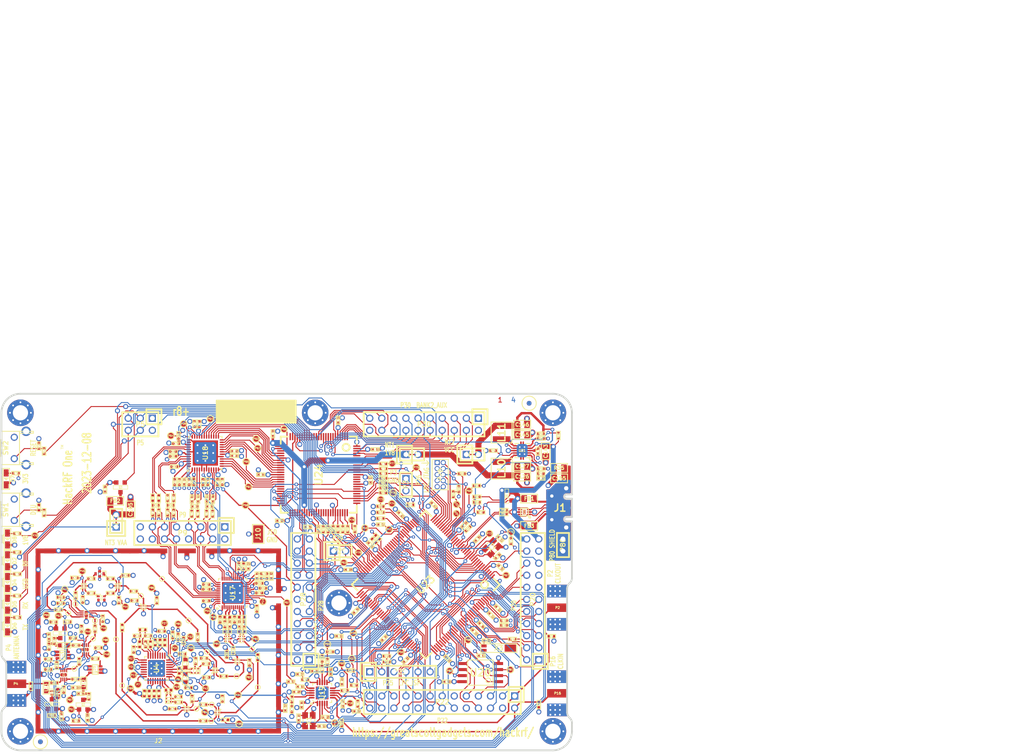
<source format=kicad_pcb>
(kicad_pcb (version 20211014) (generator pcbnew)

  (general
    (thickness 1.6116)
  )

  (paper "USLegal")
  (title_block
    (title "${TITLE}")
    (date "${DATE}")
    (rev "${VERSION}")
    (company "${COPYRIGHT}")
    (comment 1 "${LICENSE}")
  )

  (layers
    (0 "F.Cu" signal "C1F")
    (1 "In1.Cu" signal "C2")
    (2 "In2.Cu" signal "C3")
    (31 "B.Cu" signal "C4B")
    (32 "B.Adhes" user "B.Adhesive")
    (33 "F.Adhes" user "F.Adhesive")
    (34 "B.Paste" user)
    (35 "F.Paste" user)
    (36 "B.SilkS" user "B.Silkscreen")
    (37 "F.SilkS" user "F.Silkscreen")
    (38 "B.Mask" user)
    (39 "F.Mask" user)
    (41 "Cmts.User" user "User.Comments")
    (44 "Edge.Cuts" user)
    (45 "Margin" user)
    (46 "B.CrtYd" user "B.Courtyard")
    (47 "F.CrtYd" user "F.Courtyard")
    (49 "F.Fab" user)
  )

  (setup
    (stackup
      (layer "F.SilkS" (type "Top Silk Screen") (color "White"))
      (layer "F.Paste" (type "Top Solder Paste"))
      (layer "F.Mask" (type "Top Solder Mask") (color "Green") (thickness 0.0127) (material "LPI") (epsilon_r 3.8) (loss_tangent 0))
      (layer "F.Cu" (type "copper") (thickness 0.035))
      (layer "dielectric 1" (type "prepreg") (thickness 0.2104) (material "7628") (epsilon_r 4.6) (loss_tangent 0))
      (layer "In1.Cu" (type "copper") (thickness 0.0152))
      (layer "dielectric 2" (type "core") (thickness 1.065) (material "7628") (epsilon_r 4.6) (loss_tangent 0))
      (layer "In2.Cu" (type "copper") (thickness 0.0152))
      (layer "dielectric 3" (type "prepreg") (thickness 0.2104) (material "7628") (epsilon_r 4.6) (loss_tangent 0))
      (layer "B.Cu" (type "copper") (thickness 0.035))
      (layer "B.Mask" (type "Bottom Solder Mask") (color "Green") (thickness 0.0127) (material "LPI") (epsilon_r 3.8) (loss_tangent 0))
      (layer "B.Paste" (type "Bottom Solder Paste"))
      (layer "B.SilkS" (type "Bottom Silk Screen") (color "White"))
      (copper_finish "ENIG")
      (dielectric_constraints yes)
    )
    (pad_to_mask_clearance 0.05)
    (pad_to_paste_clearance_ratio -0.12)
    (pcbplotparams
      (layerselection 0x00010e8_ffffffff)
      (disableapertmacros false)
      (usegerberextensions true)
      (usegerberattributes false)
      (usegerberadvancedattributes true)
      (creategerberjobfile false)
      (svguseinch false)
      (svgprecision 6)
      (excludeedgelayer true)
      (plotframeref false)
      (viasonmask false)
      (mode 1)
      (useauxorigin false)
      (hpglpennumber 1)
      (hpglpenspeed 20)
      (hpglpendiameter 15.000000)
      (dxfpolygonmode true)
      (dxfimperialunits true)
      (dxfusepcbnewfont true)
      (psnegative false)
      (psa4output false)
      (plotreference false)
      (plotvalue false)
      (plotinvisibletext false)
      (sketchpadsonfab false)
      (subtractmaskfromsilk false)
      (outputformat 1)
      (mirror false)
      (drillshape 0)
      (scaleselection 1)
      (outputdirectory "gerbers")
    )
  )

  (property "COPYRIGHT" "Copyright 2012-2023 Great Scott Gadgets")
  (property "DATE" "2023-12-08")
  (property "LICENSE" "Licensed under the CERN-OHL-P v2")
  (property "TITLE" "HackRF One")
  (property "VERSION" "8+")

  (net 0 "")
  (net 1 "!MIX_BYPASS")
  (net 2 "!RX_AMP_PWR")
  (net 3 "!TX_AMP_PWR")
  (net 4 "!VAA_ENABLE")
  (net 5 "/baseband/CLK0")
  (net 6 "/baseband/CLK1")
  (net 7 "/baseband/CLK2")
  (net 8 "/baseband/CLK3")
  (net 9 "/baseband/CLK5")
  (net 10 "/baseband/COM")
  (net 11 "/baseband/CPOUT+")
  (net 12 "/baseband/CPOUT-")
  (net 13 "/baseband/IA+")
  (net 14 "/baseband/IA-")
  (net 15 "/baseband/ID+")
  (net 16 "/baseband/ID-")
  (net 17 "/baseband/INTR")
  (net 18 "/baseband/OEB")
  (net 19 "/baseband/QA+")
  (net 20 "/baseband/QA-")
  (net 21 "/baseband/QD+")
  (net 22 "/baseband/QD-")
  (net 23 "/baseband/REFN")
  (net 24 "/baseband/REFP")
  (net 25 "/baseband/RXBBI+")
  (net 26 "/baseband/RXBBI-")
  (net 27 "/baseband/RXBBQ+")
  (net 28 "/baseband/RXBBQ-")
  (net 29 "/baseband/TXBBI+")
  (net 30 "/baseband/TXBBI-")
  (net 31 "/baseband/TXBBQ+")
  (net 32 "/baseband/TXBBQ-")
  (net 33 "/baseband/XA")
  (net 34 "/baseband/XB")
  (net 35 "/baseband/XCVR_CLKOUT")
  (net 36 "/baseband/XTAL2")
  (net 37 "/frontend/!ANT_BIAS")
  (net 38 "/frontend/REF_IN")
  (net 39 "/frontend/RX_AMP_OUT")
  (net 40 "/frontend/TX_AMP_IN")
  (net 41 "/frontend/TX_AMP_OUT")
  (net 42 "/mcu/usb/power/ADC0_0")
  (net 43 "/mcu/usb/power/ADC0_2")
  (net 44 "/mcu/usb/power/ADC0_5")
  (net 45 "/mcu/usb/power/ADC0_6")
  (net 46 "/mcu/usb/power/B1AUX13")
  (net 47 "/mcu/usb/power/B1AUX14")
  (net 48 "/mcu/usb/power/B2AUX1")
  (net 49 "/mcu/usb/power/B2AUX10")
  (net 50 "/mcu/usb/power/B2AUX11")
  (net 51 "/mcu/usb/power/B2AUX12")
  (net 52 "/mcu/usb/power/B2AUX13")
  (net 53 "/mcu/usb/power/B2AUX14")
  (net 54 "/mcu/usb/power/B2AUX15")
  (net 55 "/mcu/usb/power/B2AUX16")
  (net 56 "/mcu/usb/power/B2AUX2")
  (net 57 "/mcu/usb/power/B2AUX3")
  (net 58 "/mcu/usb/power/B2AUX4")
  (net 59 "/mcu/usb/power/B2AUX5")
  (net 60 "/mcu/usb/power/B2AUX6")
  (net 61 "/mcu/usb/power/B2AUX7")
  (net 62 "/mcu/usb/power/B2AUX8")
  (net 63 "/mcu/usb/power/B2AUX9")
  (net 64 "/mcu/usb/power/BANK2F3M1")
  (net 65 "/mcu/usb/power/BANK2F3M10")
  (net 66 "/mcu/usb/power/BANK2F3M11")
  (net 67 "/mcu/usb/power/BANK2F3M12")
  (net 68 "/mcu/usb/power/BANK2F3M14")
  (net 69 "/mcu/usb/power/BANK2F3M15")
  (net 70 "/mcu/usb/power/BANK2F3M16")
  (net 71 "/mcu/usb/power/BANK2F3M2")
  (net 72 "/mcu/usb/power/BANK2F3M3")
  (net 73 "/mcu/usb/power/BANK2F3M4")
  (net 74 "/mcu/usb/power/BANK2F3M5")
  (net 75 "/mcu/usb/power/BANK2F3M6")
  (net 76 "/mcu/usb/power/BANK2F3M7")
  (net 77 "/mcu/usb/power/BANK2F3M8")
  (net 78 "/mcu/usb/power/BANK2F3M9")
  (net 79 "/mcu/usb/power/CPLD_TCK")
  (net 80 "/mcu/usb/power/CPLD_TDI")
  (net 81 "/mcu/usb/power/CPLD_TDO")
  (net 82 "/mcu/usb/power/CPLD_TMS")
  (net 83 "/mcu/usb/power/DBGEN")
  (net 84 "/mcu/usb/power/DM")
  (net 85 "/mcu/usb/power/DP")
  (net 86 "/mcu/usb/power/EN1V8")
  (net 87 "/mcu/usb/power/GCK0")
  (net 88 "/mcu/usb/power/GPIO3_10")
  (net 89 "/mcu/usb/power/GPIO3_11")
  (net 90 "/mcu/usb/power/GPIO3_12")
  (net 91 "/mcu/usb/power/GPIO3_13")
  (net 92 "/mcu/usb/power/GPIO3_14")
  (net 93 "/mcu/usb/power/GPIO3_15")
  (net 94 "/mcu/usb/power/GPIO3_8")
  (net 95 "/mcu/usb/power/GPIO3_9")
  (net 96 "/mcu/usb/power/GP_CLKIN")
  (net 97 "/mcu/usb/power/I2C1_SCL")
  (net 98 "/mcu/usb/power/I2C1_SDA")
  (net 99 "/mcu/usb/power/I2S0_RX_MCLK")
  (net 100 "/mcu/usb/power/I2S0_RX_SCK")
  (net 101 "/mcu/usb/power/I2S0_RX_SDA")
  (net 102 "/mcu/usb/power/I2S0_RX_WS")
  (net 103 "/mcu/usb/power/I2S0_TX_MCLK")
  (net 104 "/mcu/usb/power/I2S0_TX_SCK")
  (net 105 "/mcu/usb/power/ISP")
  (net 106 "/mcu/usb/power/LED1")
  (net 107 "/mcu/usb/power/LED2")
  (net 108 "/mcu/usb/power/LED3")
  (net 109 "/mcu/usb/power/P1_1")
  (net 110 "/mcu/usb/power/P1_2")
  (net 111 "/mcu/usb/power/P2_13")
  (net 112 "/mcu/usb/power/P2_8")
  (net 113 "/mcu/usb/power/P2_9")
  (net 114 "/mcu/usb/power/REG_OUT1")
  (net 115 "/mcu/usb/power/REG_OUT2")
  (net 116 "/mcu/usb/power/RESET")
  (net 117 "/mcu/usb/power/RREF")
  (net 118 "/mcu/usb/power/RTCX1")
  (net 119 "/mcu/usb/power/RTCX2")
  (net 120 "/mcu/usb/power/RTC_ALARM")
  (net 121 "/mcu/usb/power/SD_CD")
  (net 122 "/mcu/usb/power/SD_CLK")
  (net 123 "/mcu/usb/power/SD_CMD")
  (net 124 "/mcu/usb/power/SD_DAT0")
  (net 125 "/mcu/usb/power/SD_DAT1")
  (net 126 "/mcu/usb/power/SD_DAT2")
  (net 127 "/mcu/usb/power/SD_DAT3")
  (net 128 "/mcu/usb/power/SD_POW")
  (net 129 "/mcu/usb/power/SD_VOLT0")
  (net 130 "/mcu/usb/power/SGPIO0")
  (net 131 "/mcu/usb/power/SGPIO1")
  (net 132 "/mcu/usb/power/SGPIO10")
  (net 133 "/mcu/usb/power/SGPIO11")
  (net 134 "/mcu/usb/power/SGPIO12")
  (net 135 "/mcu/usb/power/SGPIO13")
  (net 136 "/mcu/usb/power/SGPIO14")
  (net 137 "/mcu/usb/power/SGPIO15")
  (net 138 "/mcu/usb/power/SGPIO2")
  (net 139 "/mcu/usb/power/SGPIO3")
  (net 140 "/mcu/usb/power/SGPIO4")
  (net 141 "/mcu/usb/power/SGPIO5")
  (net 142 "/mcu/usb/power/SGPIO6")
  (net 143 "/mcu/usb/power/SGPIO7")
  (net 144 "/mcu/usb/power/SGPIO9")
  (net 145 "/mcu/usb/power/SPIFI_CS")
  (net 146 "/mcu/usb/power/SPIFI_CIPO")
  (net 147 "/mcu/usb/power/SPIFI_COPI")
  (net 148 "/mcu/usb/power/SPIFI_SCK")
  (net 149 "/mcu/usb/power/SPIFI_SIO2")
  (net 150 "/mcu/usb/power/SPIFI_SIO3")
  (net 151 "/mcu/usb/power/TCK")
  (net 152 "/mcu/usb/power/TDI")
  (net 153 "/mcu/usb/power/TDO")
  (net 154 "/mcu/usb/power/TMS")
  (net 155 "/mcu/usb/power/U0_RXD")
  (net 156 "/mcu/usb/power/U0_TXD")
  (net 157 "/mcu/usb/power/USB_SHIELD")
  (net 158 "/mcu/usb/power/VBAT")
  (net 159 "/mcu/usb/power/VBUS")
  (net 160 "/mcu/usb/power/VBUSCTRL")
  (net 161 "/mcu/usb/power/VIN")
  (net 162 "/mcu/usb/power/VREGMODE")
  (net 163 "/mcu/usb/power/WAKEUP")
  (net 164 "/mcu/usb/power/XTAL1")
  (net 165 "/mcu/usb/power/XTAL2")
  (net 166 "AMP_BYPASS")
  (net 167 "CLK6")
  (net 168 "CLKIN")
  (net 169 "CLKOUT")
  (net 170 "CS_AD")
  (net 171 "CS_XCVR")
  (net 172 "DA0")
  (net 173 "DA1")
  (net 174 "DA2")
  (net 175 "DA3")
  (net 176 "DA4")
  (net 177 "DA5")
  (net 178 "DA6")
  (net 179 "DA7")
  (net 180 "DD0")
  (net 181 "DD1")
  (net 182 "DD2")
  (net 183 "DD3")
  (net 184 "DD4")
  (net 185 "DD5")
  (net 186 "DD6")
  (net 187 "DD7")
  (net 188 "DD8")
  (net 189 "DD9")
  (net 190 "GCK1")
  (net 191 "GCK2")
  (net 192 "GND")
  (net 193 "HP")
  (net 194 "LP")
  (net 195 "MCU_CLK")
  (net 196 "MIXER_ENX")
  (net 197 "MIXER_RESETX")
  (net 198 "MIXER_SCLK")
  (net 199 "MIXER_SDATA")
  (net 200 "MIX_BYPASS")
  (net 201 "MIX_CLK")
  (net 202 "RSSI")
  (net 203 "RX")
  (net 204 "RXENABLE")
  (net 205 "RX_AMP")
  (net 206 "RX_IF")
  (net 207 "RX_MIX_BP")
  (net 208 "SCL")
  (net 209 "SDA")
  (net 210 "SGPIO_CLK")
  (net 211 "SSP1_CIPO")
  (net 212 "SSP1_COPI")
  (net 213 "SSP1_SCK")
  (net 214 "TXENABLE")
  (net 215 "TX_AMP")
  (net 216 "TX_IF")
  (net 217 "TX_MIX_BP")
  (net 218 "VAA")
  (net 219 "VCC")
  (net 220 "XCVR_EN")
  (net 221 "Net-(C8-Pad2)")
  (net 222 "Net-(C9-Pad2)")
  (net 223 "Net-(C9-Pad1)")
  (net 224 "Net-(C12-Pad1)")
  (net 225 "Net-(C13-Pad1)")
  (net 226 "Net-(C14-Pad2)")
  (net 227 "Net-(C14-Pad1)")
  (net 228 "Net-(C15-Pad2)")
  (net 229 "Net-(C17-Pad2)")
  (net 230 "Net-(C17-Pad1)")
  (net 231 "Net-(C18-Pad2)")
  (net 232 "Net-(C18-Pad1)")
  (net 233 "Net-(C20-Pad2)")
  (net 234 "Net-(C20-Pad1)")
  (net 235 "Net-(C21-Pad2)")
  (net 236 "Net-(C21-Pad1)")
  (net 237 "Net-(C23-Pad2)")
  (net 238 "Net-(C23-Pad1)")
  (net 239 "Net-(C25-Pad1)")
  (net 240 "Net-(C26-Pad2)")
  (net 241 "Net-(C26-Pad1)")
  (net 242 "Net-(C27-Pad2)")
  (net 243 "Net-(C27-Pad1)")
  (net 244 "Net-(C28-Pad2)")
  (net 245 "Net-(C28-Pad1)")
  (net 246 "Net-(C31-Pad2)")
  (net 247 "Net-(C31-Pad1)")
  (net 248 "Net-(C32-Pad2)")
  (net 249 "Net-(C32-Pad1)")
  (net 250 "Net-(C43-Pad2)")
  (net 251 "Net-(C43-Pad1)")
  (net 252 "Net-(C44-Pad2)")
  (net 253 "Net-(C44-Pad1)")
  (net 254 "Net-(C46-Pad2)")
  (net 255 "Net-(C46-Pad1)")
  (net 256 "Net-(C48-Pad1)")
  (net 257 "Net-(C49-Pad2)")
  (net 258 "Net-(C50-Pad1)")
  (net 259 "Net-(C51-Pad2)")
  (net 260 "Net-(C51-Pad1)")
  (net 261 "Net-(C163-Pad2)")
  (net 262 "Net-(C58-Pad2)")
  (net 263 "Net-(C59-Pad2)")
  (net 264 "Net-(C61-Pad2)")
  (net 265 "Net-(C61-Pad1)")
  (net 266 "Net-(C62-Pad2)")
  (net 267 "Net-(C64-Pad2)")
  (net 268 "Net-(C64-Pad1)")
  (net 269 "Net-(C99-Pad2)")
  (net 270 "Net-(C99-Pad1)")
  (net 271 "Net-(C102-Pad2)")
  (net 272 "Net-(C102-Pad1)")
  (net 273 "Net-(C104-Pad2)")
  (net 274 "Net-(C104-Pad1)")
  (net 275 "Net-(C105-Pad1)")
  (net 276 "Net-(C106-Pad1)")
  (net 277 "Net-(C111-Pad2)")
  (net 278 "Net-(C111-Pad1)")
  (net 279 "Net-(C114-Pad2)")
  (net 280 "Net-(C114-Pad1)")
  (net 281 "Net-(C125-Pad2)")
  (net 282 "Net-(C160-Pad1)")
  (net 283 "Net-(D2-Pad2)")
  (net 284 "Net-(D4-Pad2)")
  (net 285 "Net-(D5-Pad2)")
  (net 286 "Net-(D6-Pad2)")
  (net 287 "Net-(D7-Pad2)")
  (net 288 "Net-(D8-Pad2)")
  (net 289 "Net-(FB1-Pad1)")
  (net 290 "Net-(FB2-Pad1)")
  (net 291 "Net-(FB3-Pad1)")
  (net 292 "Net-(J1-Pad4)")
  (net 293 "Net-(J1-Pad3)")
  (net 294 "Net-(J1-Pad2)")
  (net 295 "Net-(L1-Pad2)")
  (net 296 "Net-(L1-Pad1)")
  (net 297 "Net-(L2-Pad1)")
  (net 298 "Net-(L3-Pad1)")
  (net 299 "Net-(L10-Pad1)")
  (net 300 "Net-(L11-Pad2)")
  (net 301 "Net-(D10-Pad1)")
  (net 302 "Net-(P6-Pad1)")
  (net 303 "Net-(P7-Pad1)")
  (net 304 "Net-(P17-Pad1)")
  (net 305 "Net-(P19-Pad1)")
  (net 306 "Net-(P24-Pad1)")
  (net 307 "Net-(R4-Pad2)")
  (net 308 "Net-(R30-Pad2)")
  (net 309 "Net-(R19-Pad2)")
  (net 310 "Net-(R51-Pad1)")
  (net 311 "Net-(R52-Pad2)")
  (net 312 "Net-(R55-Pad2)")
  (net 313 "Net-(R62-Pad1)")
  (net 314 "/frontend/RX_AMP_IN")
  (net 315 "+1V8")
  (net 316 "unconnected-(P25-Pad3)")
  (net 317 "unconnected-(P26-Pad7)")
  (net 318 "unconnected-(U4-Pad1)")
  (net 319 "unconnected-(U4-Pad2)")
  (net 320 "unconnected-(U4-Pad3)")
  (net 321 "unconnected-(U4-Pad11)")
  (net 322 "unconnected-(U4-Pad13)")
  (net 323 "unconnected-(U4-Pad14)")
  (net 324 "unconnected-(U4-Pad17)")
  (net 325 "unconnected-(U4-Pad18)")
  (net 326 "unconnected-(U4-Pad20)")
  (net 327 "unconnected-(U4-Pad21)")
  (net 328 "unconnected-(U9-Pad2)")
  (net 329 "unconnected-(U12-Pad2)")
  (net 330 "unconnected-(U14-Pad2)")
  (net 331 "unconnected-(U15-Pad4)")
  (net 332 "unconnected-(U15-Pad6)")
  (net 333 "unconnected-(U17-Pad3)")
  (net 334 "unconnected-(U17-Pad6)")
  (net 335 "unconnected-(U17-Pad8)")
  (net 336 "unconnected-(U17-Pad9)")
  (net 337 "unconnected-(U17-Pad12)")
  (net 338 "unconnected-(U17-Pad14)")
  (net 339 "unconnected-(U17-Pad18)")
  (net 340 "unconnected-(U17-Pad33)")
  (net 341 "unconnected-(U17-Pad34)")
  (net 342 "unconnected-(U17-Pad40)")
  (net 343 "unconnected-(U18-Pad38)")
  (net 344 "unconnected-(U23-Pad85)")
  (net 345 "unconnected-(U23-Pad89)")
  (net 346 "unconnected-(U23-Pad90)")
  (net 347 "unconnected-(U24-Pad14)")
  (net 348 "unconnected-(U24-Pad15)")
  (net 349 "unconnected-(U24-Pad16)")
  (net 350 "unconnected-(U24-Pad20)")
  (net 351 "unconnected-(U24-Pad25)")
  (net 352 "unconnected-(U24-Pad44)")
  (net 353 "unconnected-(U24-Pad46)")
  (net 354 "unconnected-(U24-Pad49)")
  (net 355 "unconnected-(U24-Pad50)")
  (net 356 "unconnected-(U24-Pad52)")
  (net 357 "unconnected-(U24-Pad53)")
  (net 358 "unconnected-(U24-Pad54)")
  (net 359 "unconnected-(U24-Pad58)")
  (net 360 "unconnected-(U24-Pad59)")
  (net 361 "unconnected-(U24-Pad60)")
  (net 362 "unconnected-(U24-Pad63)")
  (net 363 "unconnected-(U24-Pad65)")
  (net 364 "unconnected-(U24-Pad66)")
  (net 365 "unconnected-(U24-Pad68)")
  (net 366 "unconnected-(U24-Pad73)")
  (net 367 "unconnected-(U24-Pad75)")
  (net 368 "unconnected-(U24-Pad80)")
  (net 369 "unconnected-(U24-Pad82)")
  (net 370 "unconnected-(U24-Pad85)")
  (net 371 "unconnected-(U24-Pad86)")
  (net 372 "unconnected-(U24-Pad87)")
  (net 373 "unconnected-(U24-Pad93)")
  (net 374 "unconnected-(U24-Pad95)")
  (net 375 "unconnected-(U24-Pad96)")
  (net 376 "Net-(D10-Pad2)")
  (net 377 "Net-(Q1-Pad3)")
  (net 378 "Net-(Q2-Pad3)")
  (net 379 "/mcu/usb/power/ADC0_3")

  (footprint "gsg-modules:LTST-S220" (layer "F.Cu") (at 61.27 148.838 -90))

  (footprint "gsg-modules:LTST-S220" (layer "F.Cu") (at 61.27 139.694 -90))

  (footprint "gsg-modules:LTST-S220" (layer "F.Cu") (at 61.27 130.55 -90))

  (footprint "gsg-modules:LTST-S220" (layer "F.Cu") (at 61.27 144.266 -90))

  (footprint "gsg-modules:LTST-S220" (layer "F.Cu") (at 61.27 135.122 -90))

  (footprint "GSG-TESTPOINT-30MIL-MASKONLY" (layer "F.Cu") (at 89.31402 142.49908))

  (footprint "GSG-TESTPOINT-30MIL-MASKONLY" (layer "F.Cu") (at 84.1046 151.6574))

  (footprint "GSG-TESTPOINT-30MIL-MASKONLY" (layer "F.Cu") (at 75.57516 144.21358))

  (footprint "GSG-TESTPOINT-30MIL-MASKONLY" (layer "F.Cu") (at 74.0537 146.1516))

  (footprint "GSG-TESTPOINT-30MIL-MASKONLY" (layer "F.Cu") (at 93.782 138.932))

  (footprint "GSG-TESTPOINT-30MIL-MASKONLY" (layer "F.Cu") (at 85.4 161.3602))

  (footprint "GSG-TESTPOINT-30MIL-MASKONLY" (layer "F.Cu") (at 75.33894 157.8483))

  (footprint "GSG-TESTPOINT-30MIL-MASKONLY" (layer "F.Cu") (at 79.28 151.506))

  (footprint "GSG-TESTPOINT-30MIL-MASKONLY" (layer "F.Cu") (at 113.919 161.74974))

  (footprint "GSG-TESTPOINT-30MIL-MASKONLY" (layer "F.Cu") (at 104.11206 168.79824))

  (footprint "GSG-TESTPOINT-30MIL-MASKONLY" (layer "F.Cu") (at 104.25176 165.37432))

  (footprint "GSG-TESTPOINT-30MIL-MASKONLY" (layer "F.Cu") (at 101.0158 166.26332))

  (footprint "GSG-TESTPOINT-30MIL-MASKONLY" (layer "F.Cu") (at 79.6671 147.71116))

  (footprint "GSG-TESTPOINT-30MIL-MASKONLY" (layer "F.Cu") (at 109.47654 159.42564))

  (footprint "GSG-TESTPOINT-30MIL-MASKONLY" (layer "F.Cu") (at 99.36226 147.6883))

  (footprint "GSG-TESTPOINT-30MIL-MASKONLY" (layer "F.Cu") (at 103.23068 154.2796))

  (footprint "GSG-TESTPOINT-30MIL-MASKONLY" (layer "F.Cu") (at 112.71504 153.71064))

  (footprint "gsg-modules:LTST-S220" (layer "F.Cu") (at 61 117.9 -90))

  (footprint "GSG-MARK1MM" (layer "F.Cu") (at 171 102))

  (footprint "hackrf:GSG-0402" (layer "F.Cu") (at 91.0964 163.0468 -90))

  (footprint "hackrf:GSG-0402" (layer "F.Cu") (at 90.0804 163.0468 -90))

  (footprint "hackrf:GSG-0402" (layer "F.Cu") (at 93.1284 163.0468 -90))

  (footprint "hackrf:GSG-0402" (layer "F.Cu") (at 92.1124 163.0468 -90))

  (footprint "hackrf:GSG-0402" (layer "F.Cu") (at 92.341 152.328 90))

  (footprint "hackrf:GSG-0402" (layer "F.Cu") (at 93.357 152.328 90))

  (footprint "hackrf:GSG-0402" (layer "F.Cu") (at 107.084 168.5762 180))

  (footprint "hackrf:GSG-0402" (layer "F.Cu") (at 113.919 155.448 -90))

  (footprint "hackrf:GSG-0402" (layer "F.Cu") (at 85.4 149.1682 90))

  (footprint "hackrf:GSG-0402" (layer "F.Cu") (at 87.9808 143.4816))

  (footprint "hackrf:GSG-0402" (layer "F.Cu") (at 84.7138 143.4622 90))

  (footprint "hackrf:GSG-0402" (layer "F.Cu") (at 87.7944 153.8266 -90))

  (footprint "hackrf:GSG-0402" (layer "F.Cu") (at 88.5564 150.9056 180))

  (footprint "hackrf:GSG-0402" (layer "F.Cu") (at 90.3344 152.6836 90))

  (footprint "hackrf:GSG-0402" (layer "F.Cu") (at 90.8424 150.9056))

  (footprint "hackrf:GSG-0402" (layer "F.Cu") (at 106.4998 164.1566 90))

  (footprint "hackrf:GSG-0402" (layer "F.Cu") (at 82.9358 141.9382))

  (footprint "hackrf:GSG-0402" (layer "F.Cu") (at 78.8718 141.9382))

  (footprint "hackrf:GSG-0402" (layer "F.Cu") (at 77.0938 143.3352 90))

  (footprint "hackrf:GSG-0402" (layer "F.Cu") (at 87.8078 141.5288))

  (footprint "hackrf:GSG-0402" (layer "F.Cu") (at 102.4382 165.3794 180))

  (footprint "hackrf:GSG-0402" (layer "F.Cu") (at 95.9732 166.2726))

  (footprint "hackrf:GSG-0402" (layer "F.Cu") (at 101.2698 151.1808 90))

  (footprint "hackrf:GSG-0402" (layer "F.Cu") (at 92.6798 143.4816 -90))

  (footprint "hackrf:GSG-0402" (layer "F.Cu") (at 97.1924 163.7326))

  (footprint "hackrf:GSG-0402" (layer "F.Cu") (at 78.8718 138.8902 180))

  (footprint "hackrf:GSG-0402" (layer "F.Cu") (at 82.9358 138.8902))

  (footprint "hackrf:GSG-0402" (layer "F.Cu") (at 97.1924 164.8756))

  (footprint "hackrf:GSG-0402" (layer "F.Cu") (at 75.4174 138.7124 180))

  (footprint "hackrf:GSG-0402" (layer "F.Cu") (at 86.1 138.2))

  (footprint "hackrf:GSG-0402" (layer "F.Cu") (at 75.5952 142.4462 90))

  (footprint "hackrf:GSG-0402" (layer "F.Cu") (at 102.4382 168.8084 180))

  (footprint "hackrf:GSG-0402" (layer "F.Cu") (at 100.1134 164.139 90))

  (footprint "hackrf:GSG-0402" (layer "F.Cu") (at 98.31 151.9216 90))

  (footprint "hackrf:GSG-0402" (layer "F.Cu") (at 97.167 151.1596 90))

  (footprint "hackrf:GSG-0402" (layer "F.Cu") (at 96.024 150.7786 90))

  (footprint "hackrf:GSG-0402" (layer "F.Cu") (at 93.738 149.915 180))

  (footprint "hackrf:GSG-0402" (layer "F.Cu") (at 72.4456 142.8272))

  (footprint "hackrf:GSG-0402" (layer "F.Cu") (at 81.3054 147.3454 90))

  (footprint "hackrf:GSG-0402" (layer "F.Cu") (at 72.4456 144.0718))

  (footprint "hackrf:GSG-0402" (layer "F.Cu") (at 99.326 161.8276))

  (footprint "hackrf:GSG-0402" (layer "F.Cu") (at 98.056 154.7156 180))

  (footprint "hackrf:GSG-0402" (layer "F.Cu") (at 72.009 145.415 180))

  (footprint "hackrf:GSG-0402" (layer "F.Cu") (at 79.6798 149.4282 90))

  (footprint "hackrf:GSG-0402" (layer "F.Cu") (at 102.5906 155.6512))

  (footprint "hackrf:GSG-0402" (layer "F.Cu") (at 103.0478 156.7942 180))

  (footprint "hackrf:GSG-0402" (layer "F.Cu") (at 112.1664 156.5656 90))

  (footprint "hackrf:GSG-0402" (layer "F.Cu") (at 108.7374 154.0002 90))

  (footprint "hackrf:GSG-0402" (layer "F.Cu") (at 100.85 156.2396 -90))

  (footprint "hackrf:GSG-0402" (layer "F.Cu") (at 75.678 152.92))

  (footprint "hackrf:GSG-0402" (layer "F.Cu") (at 106.7414 159.434 180))

  (footprint "hackrf:GSG-0402" (layer "F.Cu") (at 70 153.2 -90))

  (footprint "hackrf:GSG-0402" (layer "F.Cu") (at 70.9474 147.9998 180))

  (footprint "hackrf:GSG-0402" (layer "F.Cu") (at 103.124 159.6644 180))

  (footprint "hackrf:GSG-0402" (layer "F.Cu") (at 80.377 153.428))

  (footprint "hackrf:GSG-0402" (layer "F.Cu") (at 107.3912 154.8638 90))

  (footprint "hackrf:GSG-0402" (layer "F.Cu") (at 76.835 149.4282 90))

  (footprint "hackrf:GSG-0402" (layer "F.Cu") (at 71.614 157.111 90))

  (footprint "hackrf:GSG-0402" (layer "F.Cu") (at 79.742 155.714))

  (footprint "hackrf:GSG-0402" (layer "F.Cu") (at 75.043 151.396))

  (footprint "hackrf:GSG-0402" (layer "F.Cu") (at 76.3638 156.3236 90))

  (footprint "hackrf:GSG-0402" (layer "F.Cu") (at 75.551 160.032))

  (footprint "hackrf:GSG-0402" (layer "F.Cu") (at 73.0872 162.2418 -90))

  (footprint "hackrf:GSG-0402" (layer "F.Cu") (at 71.13 160.81 180))

  (footprint "hackrf:GSG-0402" (layer "F.Cu") (at 69.836 158))

  (footprint "hackrf:GSG-0402" (layer "F.Cu") (at 69.836 155.841))

  (footprint "hackrf:GSG-0402" (layer "F.Cu") (at 121.0802 164.2964 -90))

  (footprint "hackrf:GSG-0402" (layer "F.Cu") (at 127.4624 155.7214 90))

  (footprint "hackrf:GSG-0402" (layer "F.Cu") (at 129.088 154.2736))

  (footprint "hackrf:GSG-0402" (layer "F.Cu") (at 121.0802 166.3284 -90))

  (footprint "hackrf:GSG-0402" (layer "F.Cu") (at 100.4824 118.5578 -90))

  (footprint "hackrf:GSG-0402" (layer "F.Cu") (at 99.4664 118.5578 -90))

  (footprint "hackrf:GSG-0402" (layer "F.Cu") (at 103.4034 118.5578 -90))

  (footprint "hackrf:GSG-0402" (layer "F.Cu") (at 102.3874 118.5578 -90))

  (footprint "hackrf:GSG-0402" (layer "F.Cu") (at 105.4354 118.5578 -90))

  (footprint "hackrf:GSG-0402" (layer "F.Cu") (at 106.4514 118.5578 -90))

  (footprint "hackrf:GSG-0402" (layer "F.Cu") (at 101.6254 106.3658 90))

  (footprint "hackrf:GSG-0402" (layer "F.Cu") (at 100.6094 106.3658 90))

  (footprint "hackrf:GSG-0402" (layer "F.Cu") (at 96.7359 110.4933 180))

  (footprint "hackrf:GSG-0402" (layer "F.Cu") (at 97.2439 108.8423 90))

  (footprint "hackrf:GSG-0402" (layer "F.Cu") (at 96.1009 113.1603 180))

  (footprint "hackrf:GSG-0402" (layer "F.Cu")
    (tedit 4FB6CFE4) (tstamp 00000000-0000-0000-0000-00005787e28c)
    (at 96.1009 112.1443 180)
    (property "Description" "CAP CER 2.2UF 10V 20% X5R 0402")
    (property "Manufacturer" "Taiyo Yuden")
    (property "Part Number" "LMK105BJ225MV-F")
    (property "Sheetfile" "baseband.kicad_sch")
    (property "Sheetname" "baseband")
    (path "/00000000-0000-0000-0000-000050370666/00000000-0000-0000-0000-0000503f8e6b")
    (solder_mask_margin 0.1016)
    (attr through_hole)
    (fp_text reference "C82" (at 0 0 180) (layer "F.SilkS")
      (effects (font (size 0.4 0.4) (thickness 0.1)))
      (tstamp 61a1d343-2aa0-4f58-adc4-133f5a16505d)
    )
    (fp_text value "2.2uF" (at 0 0 180) (layer "F.SilkS") hide
      (effects (font (size 0.4 0.4) (thickness 0.1)))
      (tstamp 54f65978-c87c-4b30-9c24-87698b4419d5)
    )
    (fp_line (start 0.889 0.381) (end -0.889 0.381) (layer "F.SilkS") (width 0.2) (tstamp 1ce9c744-9f80-490c-afc2-29bbe50c8ab5))
    (fp_line (start 0.889 -0.381) (end 0.889 0.381) (layer "F.SilkS") (width 0.2) (tstamp 3749e895-ea64-4849-b917-847f1513ce3b))
    (fp_line (start -0.889 -0.381) (end 0.889 -0.381) (layer "F.SilkS") (width 0.2) (tstamp b05257b3-e14d-4882-98a5-444634b3973d))
    (fp_line (start -0.889 0.381) (end -0.889 -0.381) (layer "F.SilkS") (width 0.2) (tstamp be77dd5b-8e40-41fc-af73-f1b770bb2012))
    (pad "1" smd rect (at -0.5334 0 180) (size 0.508 0.5588) (layers "F.Cu" "F.Paste" "F.Mask")
      (net 218 "VAA") (pintype "passive") (solder_mask_margin 0.1016) (tstamp ef142581-a28c-45c1-bc22-48f9bfdee254))
    (pad "2" smd rect (at 0.5334 0 180) (size 0.508 0.5588) (layers "F.Cu" "F.Paste" "F.Mask")
      (net 192 "GND") (pintype "passive") (solder_mask_margin 0.1016) (tstamp ff
... [4409665 chars truncated]
</source>
